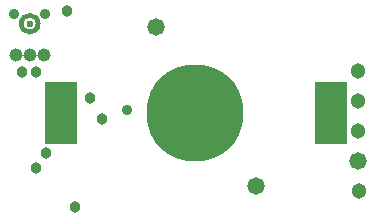
<source format=gbs>
G04 Layer_Color=16711935*
%FSAX24Y24*%
%MOIN*%
G70*
G01*
G75*
%ADD19C,0.0236*%
G04:AMPARAMS|DCode=25|XSize=36mil|YSize=36mil|CornerRadius=18mil|HoleSize=0mil|Usage=FLASHONLY|Rotation=0.000|XOffset=0mil|YOffset=0mil|HoleType=Round|Shape=RoundedRectangle|*
%AMROUNDEDRECTD25*
21,1,0.0360,0.0000,0,0,0.0*
21,1,0.0000,0.0360,0,0,0.0*
1,1,0.0360,0.0000,0.0000*
1,1,0.0360,0.0000,0.0000*
1,1,0.0360,0.0000,0.0000*
1,1,0.0360,0.0000,0.0000*
%
%ADD25ROUNDEDRECTD25*%
%ADD43C,0.0513*%
%ADD44C,0.0350*%
%ADD45C,0.0580*%
%ADD46C,0.0380*%
%ADD47C,0.0161*%
G04:AMPARAMS|DCode=48|XSize=44mil|YSize=44mil|CornerRadius=22mil|HoleSize=0mil|Usage=FLASHONLY|Rotation=0.000|XOffset=0mil|YOffset=0mil|HoleType=Round|Shape=RoundedRectangle|*
%AMROUNDEDRECTD48*
21,1,0.0440,0.0000,0,0,0.0*
21,1,0.0000,0.0440,0,0,0.0*
1,1,0.0440,0.0000,0.0000*
1,1,0.0440,0.0000,0.0000*
1,1,0.0440,0.0000,0.0000*
1,1,0.0440,0.0000,0.0000*
%
%ADD48ROUNDEDRECTD48*%
%ADD49R,0.1080X0.2080*%
%ADD50C,0.3230*%
D19*
X002896Y007313D02*
D03*
D25*
X002384Y007627D02*
D03*
X003416D02*
D03*
D43*
X013839Y003746D02*
D03*
X013850Y002749D02*
D03*
Y004749D02*
D03*
Y005749D02*
D03*
X013861Y001751D02*
D03*
D44*
X006150Y004450D02*
D03*
D45*
X010450Y001900D02*
D03*
X013850Y002750D02*
D03*
X007100Y007200D02*
D03*
D46*
X003450Y003000D02*
D03*
X004400Y001200D02*
D03*
X004150Y007750D02*
D03*
X004900Y004850D02*
D03*
X003100Y002500D02*
D03*
X002650Y005700D02*
D03*
X003100D02*
D03*
X005300Y004150D02*
D03*
D47*
X003176Y007313D02*
G03*
X003176Y007313I-000280J000000D01*
G01*
D48*
X002896Y006273D02*
D03*
X002423D02*
D03*
X003376D02*
D03*
D49*
X012950Y004350D02*
D03*
X003950D02*
D03*
D50*
X008400D02*
D03*
M02*

</source>
